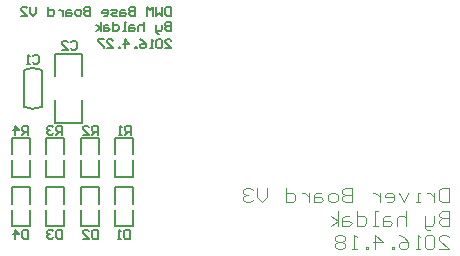
<source format=gbo>
G04 Layer_Color=32896*
%FSLAX25Y25*%
%MOIN*%
G70*
G01*
G75*
%ADD35C,0.00787*%
%ADD36C,0.00591*%
%ADD37C,0.00500*%
%ADD38C,0.00472*%
D35*
X35711Y67091D02*
G03*
X41439Y67091I2864J6387D01*
G01*
X41439Y79484D02*
G03*
X35711Y79484I-2864J-6387D01*
G01*
X35575Y67091D02*
Y79484D01*
X41575Y67091D02*
Y79484D01*
X46075Y84788D02*
X55075D01*
X46075Y61788D02*
X55075D01*
Y77288D02*
Y84788D01*
X46075Y77288D02*
Y84788D01*
Y61788D02*
Y69288D01*
X55075Y61788D02*
Y69288D01*
D36*
X37575Y43788D02*
Y49288D01*
X31575Y43788D02*
X37575D01*
X31575D02*
Y49288D01*
X37575Y51288D02*
Y56788D01*
X31575D02*
X37575D01*
X31575Y51288D02*
Y56788D01*
X49075Y43788D02*
Y49288D01*
X43075Y43788D02*
X49075D01*
X43075D02*
Y49288D01*
X49075Y51288D02*
Y56788D01*
X43075D02*
X49075D01*
X43075Y51288D02*
Y56788D01*
X60575Y43788D02*
Y49288D01*
X54575Y43788D02*
X60575D01*
X54575D02*
Y49288D01*
X60575Y51288D02*
Y56788D01*
X54575D02*
X60575D01*
X54575Y51288D02*
Y56788D01*
X72075Y43788D02*
Y49288D01*
X66075Y43788D02*
X72075D01*
X66075D02*
Y49288D01*
X72075Y51288D02*
Y56788D01*
X66075D02*
X72075D01*
X66075Y51288D02*
Y56788D01*
X31575Y34788D02*
Y40288D01*
X37575D01*
Y34788D02*
Y40288D01*
X31575Y27288D02*
Y32788D01*
Y27288D02*
X37575D01*
Y32788D01*
X43075Y34788D02*
Y40288D01*
X49075D01*
Y34788D02*
Y40288D01*
X43075Y27288D02*
Y32788D01*
Y27288D02*
X49075D01*
Y32788D01*
X54575Y34788D02*
Y40288D01*
X60575D01*
Y34788D02*
Y40288D01*
X54575Y27288D02*
Y32788D01*
Y27288D02*
X60575D01*
Y32788D01*
X66075Y34788D02*
Y40288D01*
X72075D01*
Y34788D02*
Y40288D01*
X66075Y27288D02*
Y32788D01*
Y27288D02*
X72075D01*
Y32788D01*
D37*
X38552Y83995D02*
X39052Y84495D01*
X40051D01*
X40551Y83995D01*
Y81996D01*
X40051Y81496D01*
X39052D01*
X38552Y81996D01*
X37552Y81496D02*
X36553D01*
X37052D01*
Y84495D01*
X37552Y83995D01*
X51150Y88720D02*
X51650Y89219D01*
X52650D01*
X53150Y88720D01*
Y86720D01*
X52650Y86221D01*
X51650D01*
X51150Y86720D01*
X48151Y86221D02*
X50151D01*
X48151Y88220D01*
Y88720D01*
X48651Y89219D01*
X49651D01*
X50151Y88720D01*
X70866Y26227D02*
Y23228D01*
X69367D01*
X68867Y23728D01*
Y25727D01*
X69367Y26227D01*
X70866D01*
X67867Y23228D02*
X66867D01*
X67367D01*
Y26227D01*
X67867Y25727D01*
X60236Y26227D02*
Y23228D01*
X58737D01*
X58237Y23728D01*
Y25727D01*
X58737Y26227D01*
X60236D01*
X55238Y23228D02*
X57237D01*
X55238Y25228D01*
Y25727D01*
X55738Y26227D01*
X56737D01*
X57237Y25727D01*
X48425Y26227D02*
Y23228D01*
X46926D01*
X46426Y23728D01*
Y25727D01*
X46926Y26227D01*
X48425D01*
X45426Y25727D02*
X44926Y26227D01*
X43927D01*
X43427Y25727D01*
Y25228D01*
X43927Y24728D01*
X44427D01*
X43927D01*
X43427Y24228D01*
Y23728D01*
X43927Y23228D01*
X44926D01*
X45426Y23728D01*
X37008Y26227D02*
Y23228D01*
X35508D01*
X35008Y23728D01*
Y25727D01*
X35508Y26227D01*
X37008D01*
X32509Y23228D02*
Y26227D01*
X34009Y24728D01*
X32010D01*
X71260Y57874D02*
Y60873D01*
X69760D01*
X69261Y60373D01*
Y59373D01*
X69760Y58874D01*
X71260D01*
X70260D02*
X69261Y57874D01*
X68261D02*
X67261D01*
X67761D01*
Y60873D01*
X68261Y60373D01*
X60236Y57874D02*
Y60873D01*
X58737D01*
X58237Y60373D01*
Y59373D01*
X58737Y58874D01*
X60236D01*
X59237D02*
X58237Y57874D01*
X55238D02*
X57237D01*
X55238Y59873D01*
Y60373D01*
X55738Y60873D01*
X56737D01*
X57237Y60373D01*
X48425Y57874D02*
Y60873D01*
X46926D01*
X46426Y60373D01*
Y59373D01*
X46926Y58874D01*
X48425D01*
X47425D02*
X46426Y57874D01*
X45426Y60373D02*
X44926Y60873D01*
X43927D01*
X43427Y60373D01*
Y59873D01*
X43927Y59373D01*
X44427D01*
X43927D01*
X43427Y58874D01*
Y58374D01*
X43927Y57874D01*
X44926D01*
X45426Y58374D01*
X37008Y57874D02*
Y60873D01*
X35508D01*
X35008Y60373D01*
Y59373D01*
X35508Y58874D01*
X37008D01*
X36008D02*
X35008Y57874D01*
X32509D02*
Y60873D01*
X34009Y59373D01*
X32010D01*
X84646Y100440D02*
Y97441D01*
X83146D01*
X82646Y97941D01*
Y99940D01*
X83146Y100440D01*
X84646D01*
X81647D02*
Y97441D01*
X80647Y98441D01*
X79647Y97441D01*
Y100440D01*
X78648Y97441D02*
Y100440D01*
X77648Y99440D01*
X76648Y100440D01*
Y97441D01*
X72650Y100440D02*
Y97441D01*
X71150D01*
X70650Y97941D01*
Y98441D01*
X71150Y98940D01*
X72650D01*
X71150D01*
X70650Y99440D01*
Y99940D01*
X71150Y100440D01*
X72650D01*
X69151Y99440D02*
X68151D01*
X67651Y98940D01*
Y97441D01*
X69151D01*
X69651Y97941D01*
X69151Y98441D01*
X67651D01*
X66651Y97441D02*
X65152D01*
X64652Y97941D01*
X65152Y98441D01*
X66152D01*
X66651Y98940D01*
X66152Y99440D01*
X64652D01*
X62153Y97441D02*
X63153D01*
X63652Y97941D01*
Y98940D01*
X63153Y99440D01*
X62153D01*
X61653Y98940D01*
Y98441D01*
X63652D01*
X57654Y100440D02*
Y97441D01*
X56155D01*
X55655Y97941D01*
Y98441D01*
X56155Y98940D01*
X57654D01*
X56155D01*
X55655Y99440D01*
Y99940D01*
X56155Y100440D01*
X57654D01*
X54155Y97441D02*
X53156D01*
X52656Y97941D01*
Y98940D01*
X53156Y99440D01*
X54155D01*
X54655Y98940D01*
Y97941D01*
X54155Y97441D01*
X51157Y99440D02*
X50157D01*
X49657Y98940D01*
Y97441D01*
X51157D01*
X51656Y97941D01*
X51157Y98441D01*
X49657D01*
X48657Y99440D02*
Y97441D01*
Y98441D01*
X48158Y98940D01*
X47658Y99440D01*
X47158D01*
X43659Y100440D02*
Y97441D01*
X45158D01*
X45658Y97941D01*
Y98940D01*
X45158Y99440D01*
X43659D01*
X39660Y100440D02*
Y98441D01*
X38660Y97441D01*
X37661Y98441D01*
Y100440D01*
X34662Y97441D02*
X36661D01*
X34662Y99440D01*
Y99940D01*
X35162Y100440D01*
X36161D01*
X36661Y99940D01*
X84646Y95519D02*
Y92520D01*
X83146D01*
X82646Y93019D01*
Y93519D01*
X83146Y94019D01*
X84646D01*
X83146D01*
X82646Y94519D01*
Y95019D01*
X83146Y95519D01*
X84646D01*
X81647Y94519D02*
Y93019D01*
X81147Y92520D01*
X79647D01*
Y92020D01*
X80147Y91520D01*
X80647D01*
X79647Y92520D02*
Y94519D01*
X75649Y95519D02*
Y92520D01*
Y94019D01*
X75149Y94519D01*
X74149D01*
X73649Y94019D01*
Y92520D01*
X72150Y94519D02*
X71150D01*
X70650Y94019D01*
Y92520D01*
X72150D01*
X72650Y93019D01*
X72150Y93519D01*
X70650D01*
X69651Y92520D02*
X68651D01*
X69151D01*
Y95519D01*
X69651D01*
X65152D02*
Y92520D01*
X66651D01*
X67151Y93019D01*
Y94019D01*
X66651Y94519D01*
X65152D01*
X63652D02*
X62653D01*
X62153Y94019D01*
Y92520D01*
X63652D01*
X64152Y93019D01*
X63652Y93519D01*
X62153D01*
X61153Y92520D02*
Y95519D01*
Y93519D02*
X59654Y94519D01*
X61153Y93519D02*
X59654Y92520D01*
X82646Y86614D02*
X84646D01*
X82646Y88613D01*
Y89113D01*
X83146Y89613D01*
X84146D01*
X84646Y89113D01*
X81647D02*
X81147Y89613D01*
X80147D01*
X79647Y89113D01*
Y87114D01*
X80147Y86614D01*
X81147D01*
X81647Y87114D01*
Y89113D01*
X78648Y86614D02*
X77648D01*
X78148D01*
Y89613D01*
X78648Y89113D01*
X74149Y89613D02*
X75149Y89113D01*
X76148Y88114D01*
Y87114D01*
X75649Y86614D01*
X74649D01*
X74149Y87114D01*
Y87614D01*
X74649Y88114D01*
X76148D01*
X73149Y86614D02*
Y87114D01*
X72650D01*
Y86614D01*
X73149D01*
X69151D02*
Y89613D01*
X70650Y88114D01*
X68651D01*
X67651Y86614D02*
Y87114D01*
X67151D01*
Y86614D01*
X67651D01*
X63153D02*
X65152D01*
X63153Y88613D01*
Y89113D01*
X63652Y89613D01*
X64652D01*
X65152Y89113D01*
X62153Y89613D02*
X60154D01*
Y89113D01*
X62153Y87114D01*
Y86614D01*
D38*
X177165Y32282D02*
Y27559D01*
X174804D01*
X174017Y28346D01*
Y29133D01*
X174804Y29921D01*
X177165D01*
X174804D01*
X174017Y30708D01*
Y31495D01*
X174804Y32282D01*
X177165D01*
X172442Y30708D02*
Y28346D01*
X171655Y27559D01*
X169294D01*
Y26772D01*
X170081Y25985D01*
X170868D01*
X169294Y27559D02*
Y30708D01*
X162997Y32282D02*
Y27559D01*
Y29921D01*
X162210Y30708D01*
X160635D01*
X159848Y29921D01*
Y27559D01*
X157487Y30708D02*
X155912D01*
X155125Y29921D01*
Y27559D01*
X157487D01*
X158274Y28346D01*
X157487Y29133D01*
X155125D01*
X153551Y27559D02*
X151977D01*
X152764D01*
Y32282D01*
X153551D01*
X146467D02*
Y27559D01*
X148828D01*
X149615Y28346D01*
Y29921D01*
X148828Y30708D01*
X146467D01*
X144105D02*
X142531D01*
X141744Y29921D01*
Y27559D01*
X144105D01*
X144892Y28346D01*
X144105Y29133D01*
X141744D01*
X140170Y27559D02*
Y32282D01*
Y29133D02*
X137808Y30708D01*
X140170Y29133D02*
X137808Y27559D01*
X177165Y40156D02*
Y35433D01*
X174804D01*
X174017Y36220D01*
Y39369D01*
X174804Y40156D01*
X177165D01*
X172442Y38582D02*
Y35433D01*
Y37007D01*
X171655Y37795D01*
X170868Y38582D01*
X170081D01*
X167720Y35433D02*
X166145D01*
X166932D01*
Y38582D01*
X167720D01*
X163784D02*
X162210Y35433D01*
X160635Y38582D01*
X156700Y35433D02*
X158274D01*
X159061Y36220D01*
Y37795D01*
X158274Y38582D01*
X156700D01*
X155912Y37795D01*
Y37007D01*
X159061D01*
X154338Y38582D02*
Y35433D01*
Y37007D01*
X153551Y37795D01*
X152764Y38582D01*
X151977D01*
X144892Y40156D02*
Y35433D01*
X142531D01*
X141744Y36220D01*
Y37007D01*
X142531Y37795D01*
X144892D01*
X142531D01*
X141744Y38582D01*
Y39369D01*
X142531Y40156D01*
X144892D01*
X139382Y35433D02*
X137808D01*
X137021Y36220D01*
Y37795D01*
X137808Y38582D01*
X139382D01*
X140170Y37795D01*
Y36220D01*
X139382Y35433D01*
X134659Y38582D02*
X133085D01*
X132298Y37795D01*
Y35433D01*
X134659D01*
X135447Y36220D01*
X134659Y37007D01*
X132298D01*
X130724Y38582D02*
Y35433D01*
Y37007D01*
X129937Y37795D01*
X129149Y38582D01*
X128362D01*
X122852Y40156D02*
Y35433D01*
X125214D01*
X126001Y36220D01*
Y37795D01*
X125214Y38582D01*
X122852D01*
X116555Y40156D02*
Y37007D01*
X114981Y35433D01*
X113407Y37007D01*
Y40156D01*
X111832Y39369D02*
X111045Y40156D01*
X109471D01*
X108684Y39369D01*
Y38582D01*
X109471Y37795D01*
X110258D01*
X109471D01*
X108684Y37007D01*
Y36220D01*
X109471Y35433D01*
X111045D01*
X111832Y36220D01*
X174017Y19685D02*
X177165D01*
X174017Y22834D01*
Y23621D01*
X174804Y24408D01*
X176378D01*
X177165Y23621D01*
X172442D02*
X171655Y24408D01*
X170081D01*
X169294Y23621D01*
Y20472D01*
X170081Y19685D01*
X171655D01*
X172442Y20472D01*
Y23621D01*
X167720Y19685D02*
X166145D01*
X166932D01*
Y24408D01*
X167720Y23621D01*
X160635Y24408D02*
X162210Y23621D01*
X163784Y22047D01*
Y20472D01*
X162997Y19685D01*
X161422D01*
X160635Y20472D01*
Y21259D01*
X161422Y22047D01*
X163784D01*
X159061Y19685D02*
Y20472D01*
X158274D01*
Y19685D01*
X159061D01*
X152764D02*
Y24408D01*
X155125Y22047D01*
X151977D01*
X150402Y19685D02*
Y20472D01*
X149615D01*
Y19685D01*
X150402D01*
X146467D02*
X144892D01*
X145679D01*
Y24408D01*
X146467Y23621D01*
X142531D02*
X141744Y24408D01*
X140169D01*
X139382Y23621D01*
Y22834D01*
X140169Y22047D01*
X139382Y21259D01*
Y20472D01*
X140169Y19685D01*
X141744D01*
X142531Y20472D01*
Y21259D01*
X141744Y22047D01*
X142531Y22834D01*
Y23621D01*
X141744Y22047D02*
X140169D01*
M02*

</source>
